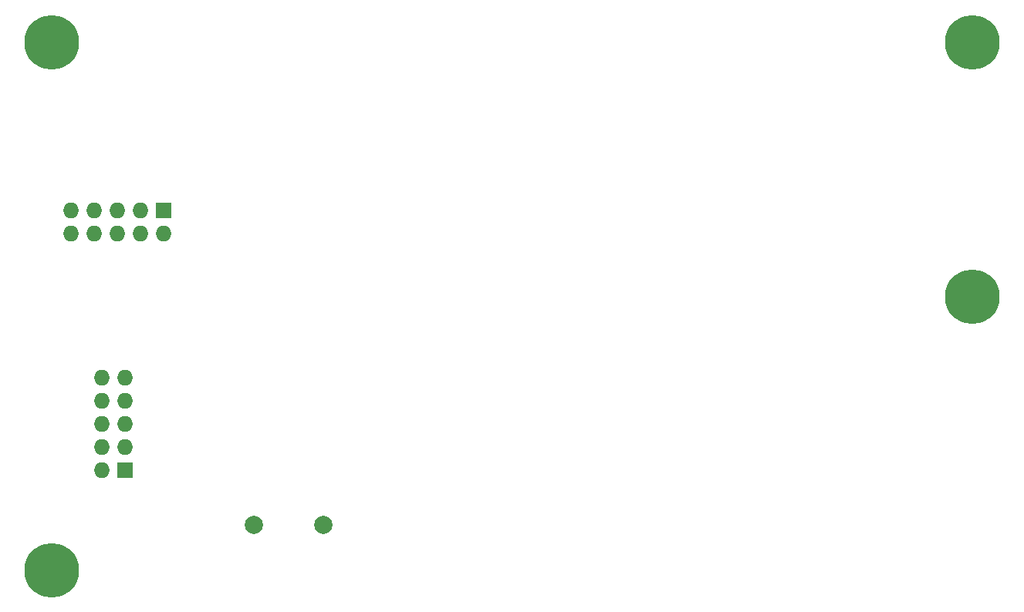
<source format=gbr>
G04 #@! TF.FileFunction,Soldermask,Bot*
%FSLAX46Y46*%
G04 Gerber Fmt 4.6, Leading zero omitted, Abs format (unit mm)*
G04 Created by KiCad (PCBNEW 4.0.5+dfsg1-4) date Wed Jan 10 10:44:42 2018*
%MOMM*%
%LPD*%
G01*
G04 APERTURE LIST*
%ADD10C,0.100000*%
%ADD11C,2.000000*%
%ADD12C,6.000000*%
%ADD13R,1.727200X1.727200*%
%ADD14O,1.727200X1.727200*%
G04 APERTURE END LIST*
D10*
D11*
X100200000Y-114000000D03*
X107800000Y-114000000D03*
D12*
X179000000Y-61000000D03*
X179000000Y-89000000D03*
X78000000Y-61000000D03*
X78000000Y-119000000D03*
D13*
X90250000Y-79500000D03*
D14*
X90250000Y-82040000D03*
X87710000Y-79500000D03*
X87710000Y-82040000D03*
X85170000Y-79500000D03*
X85170000Y-82040000D03*
X82630000Y-79500000D03*
X82630000Y-82040000D03*
X80090000Y-79500000D03*
X80090000Y-82040000D03*
D13*
X86000000Y-108000000D03*
D14*
X83460000Y-108000000D03*
X86000000Y-105460000D03*
X83460000Y-105460000D03*
X86000000Y-102920000D03*
X83460000Y-102920000D03*
X86000000Y-100380000D03*
X83460000Y-100380000D03*
X86000000Y-97840000D03*
X83460000Y-97840000D03*
M02*

</source>
